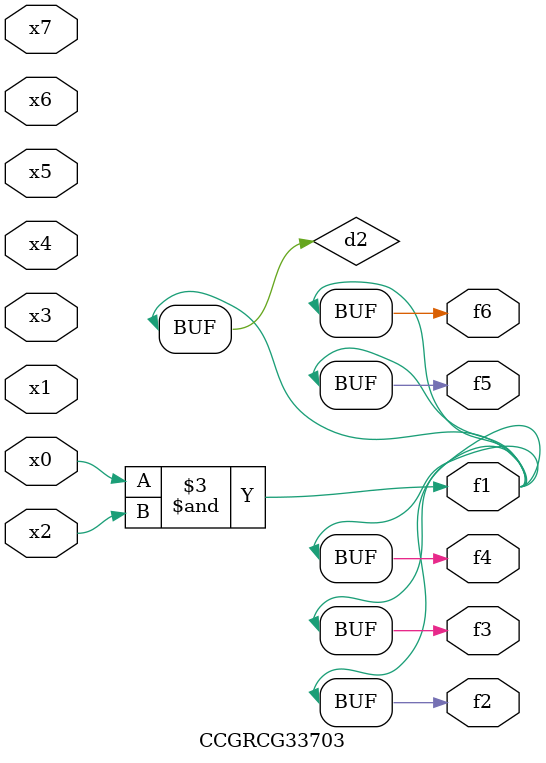
<source format=v>
module CCGRCG33703(
	input x0, x1, x2, x3, x4, x5, x6, x7,
	output f1, f2, f3, f4, f5, f6
);

	wire d1, d2;

	nor (d1, x3, x6);
	and (d2, x0, x2);
	assign f1 = d2;
	assign f2 = d2;
	assign f3 = d2;
	assign f4 = d2;
	assign f5 = d2;
	assign f6 = d2;
endmodule

</source>
